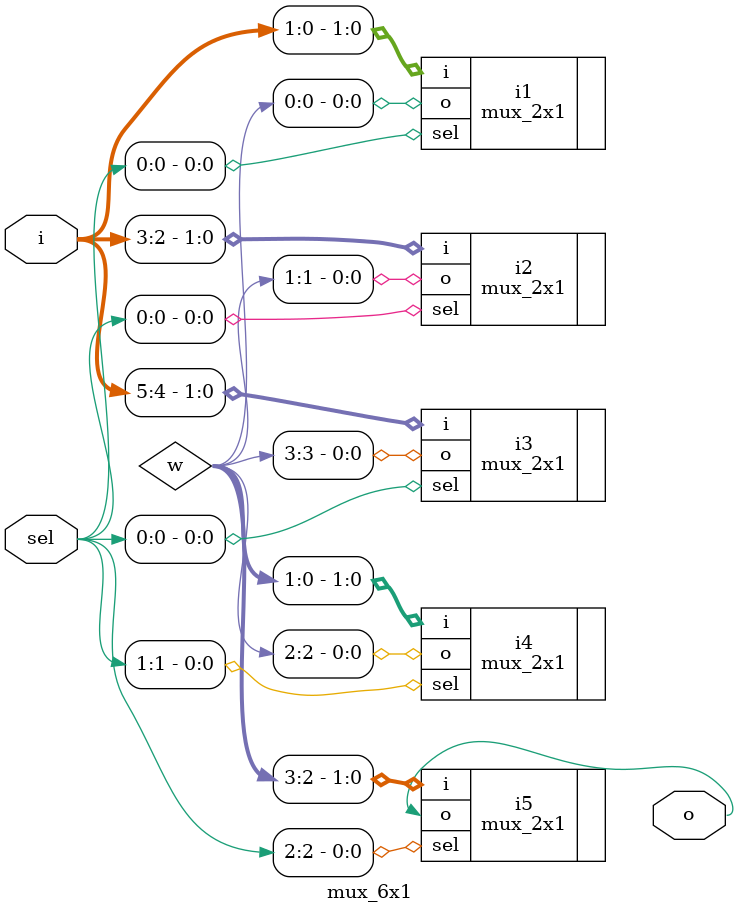
<source format=v>
module mux_6x1(
	input [5:0]i,
	input [2:0]sel,
	output o);
	
wire [3:0]w;

mux_2x1 i1(.i(i[1:0]),.sel(sel[0]),.o(w[0]));

mux_2x1 i2(.i(i[3:2]),.sel(sel[0]),.o(w[1]));

mux_2x1 i3(.i(i[5:4]),.sel(sel[0]),.o(w[3]));

mux_2x1 i4(.i(w[1:0]),.sel(sel[1]),.o(w[2]));

mux_2x1 i5(.i(w[3:2]),.sel(sel[2]),.o(o));

endmodule

</source>
